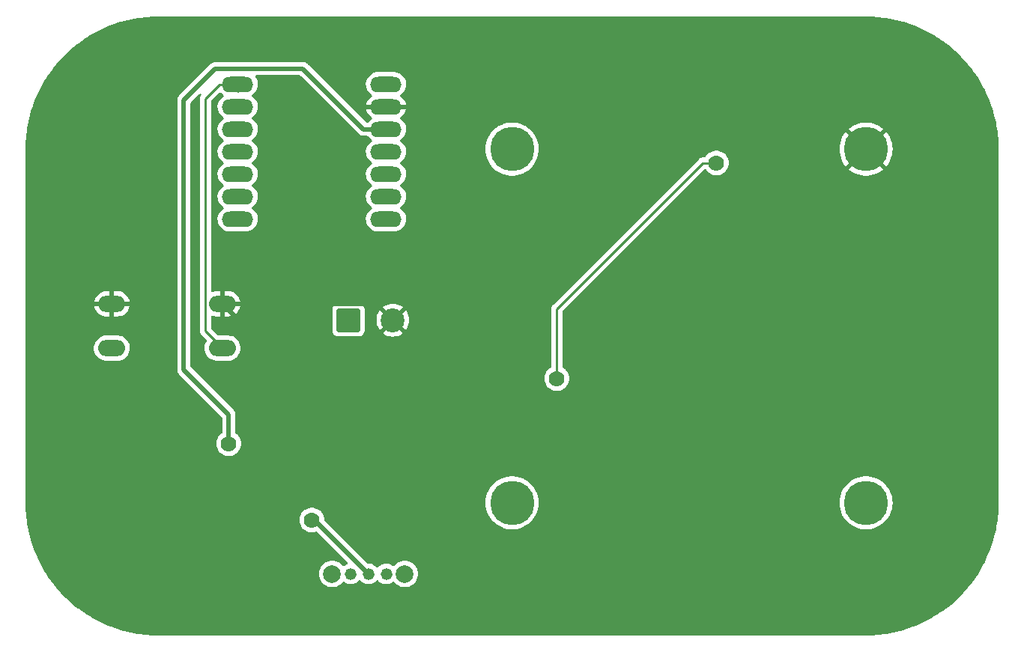
<source format=gbr>
%TF.GenerationSoftware,KiCad,Pcbnew,7.0.9*%
%TF.CreationDate,2024-02-02T14:12:30-08:00*%
%TF.ProjectId,Sensing Device,53656e73-696e-4672-9044-65766963652e,rev?*%
%TF.SameCoordinates,Original*%
%TF.FileFunction,Copper,L2,Bot*%
%TF.FilePolarity,Positive*%
%FSLAX46Y46*%
G04 Gerber Fmt 4.6, Leading zero omitted, Abs format (unit mm)*
G04 Created by KiCad (PCBNEW 7.0.9) date 2024-02-02 14:12:30*
%MOMM*%
%LPD*%
G01*
G04 APERTURE LIST*
G04 Aperture macros list*
%AMRoundRect*
0 Rectangle with rounded corners*
0 $1 Rounding radius*
0 $2 $3 $4 $5 $6 $7 $8 $9 X,Y pos of 4 corners*
0 Add a 4 corners polygon primitive as box body*
4,1,4,$2,$3,$4,$5,$6,$7,$8,$9,$2,$3,0*
0 Add four circle primitives for the rounded corners*
1,1,$1+$1,$2,$3*
1,1,$1+$1,$4,$5*
1,1,$1+$1,$6,$7*
1,1,$1+$1,$8,$9*
0 Add four rect primitives between the rounded corners*
20,1,$1+$1,$2,$3,$4,$5,0*
20,1,$1+$1,$4,$5,$6,$7,0*
20,1,$1+$1,$6,$7,$8,$9,0*
20,1,$1+$1,$8,$9,$2,$3,0*%
G04 Aperture macros list end*
%TA.AperFunction,ComponentPad*%
%ADD10O,3.556000X1.778000*%
%TD*%
%TA.AperFunction,ComponentPad*%
%ADD11RoundRect,0.250001X-1.099999X-1.099999X1.099999X-1.099999X1.099999X1.099999X-1.099999X1.099999X0*%
%TD*%
%TA.AperFunction,ComponentPad*%
%ADD12C,2.700000*%
%TD*%
%TA.AperFunction,ComponentPad*%
%ADD13O,3.048000X1.850000*%
%TD*%
%TA.AperFunction,ComponentPad*%
%ADD14C,1.320800*%
%TD*%
%TA.AperFunction,ComponentPad*%
%ADD15C,2.006600*%
%TD*%
%TA.AperFunction,ComponentPad*%
%ADD16C,5.000000*%
%TD*%
%TA.AperFunction,ViaPad*%
%ADD17C,1.778000*%
%TD*%
%TA.AperFunction,ViaPad*%
%ADD18C,5.000000*%
%TD*%
%TA.AperFunction,Conductor*%
%ADD19C,0.500000*%
%TD*%
%TA.AperFunction,Conductor*%
%ADD20C,0.254000*%
%TD*%
G04 APERTURE END LIST*
D10*
%TO.P,U1,1,GPIO1_A0_D0*%
%TO.N,/Button*%
X78994000Y-42672000D03*
%TO.P,U1,2,GPIO2_A1_D1*%
%TO.N,unconnected-(U1-GPIO2_A1_D1-Pad2)*%
X78994000Y-45212000D03*
%TO.P,U1,3,GPIO3_A2_D2*%
%TO.N,unconnected-(U1-GPIO3_A2_D2-Pad3)*%
X78994000Y-47752000D03*
%TO.P,U1,4,GPIO4_A3_D3*%
%TO.N,/LED*%
X78994000Y-50292000D03*
%TO.P,U1,5,GPIO4_A3_D3_SDA*%
%TO.N,/SDA_XIAO*%
X78994000Y-52832000D03*
%TO.P,U1,6,GPIO6_A5_D5_SCL*%
%TO.N,/SCL_XIAO*%
X78994000Y-55372000D03*
%TO.P,U1,7,GPIO43_TX_D6*%
%TO.N,unconnected-(U1-GPIO43_TX_D6-Pad7)*%
X78994000Y-57912000D03*
%TO.P,U1,8,5V*%
%TO.N,unconnected-(U1-5V-Pad8)*%
X95758000Y-42672000D03*
%TO.P,U1,9,GND*%
%TO.N,GND*%
X95758000Y-45212000D03*
%TO.P,U1,10,3V3*%
%TO.N,/3V3*%
X95758000Y-47752000D03*
%TO.P,U1,11,GPIO9_A10_D10_COPI*%
%TO.N,unconnected-(U1-GPIO9_A10_D10_COPI-Pad11)*%
X95758000Y-50292000D03*
%TO.P,U1,12,GPIO8_A9_D9_CIPO*%
%TO.N,unconnected-(U1-GPIO8_A9_D9_CIPO-Pad12)*%
X95758000Y-52832000D03*
%TO.P,U1,13,GPIO7_A8_D8_SCK*%
%TO.N,/Id*%
X95758000Y-55372000D03*
%TO.P,U1,14,GPIO44_D7_RX*%
%TO.N,unconnected-(U1-GPIO44_D7_RX-Pad14)*%
X95758000Y-57912000D03*
%TD*%
D11*
%TO.P,J1,1,Pin_1*%
%TO.N,VCC*%
X91520000Y-69342000D03*
D12*
%TO.P,J1,2,Pin_2*%
%TO.N,GND*%
X96520000Y-69342000D03*
%TD*%
D13*
%TO.P,SW1,2,B*%
%TO.N,/Button*%
X77260000Y-72500000D03*
X64760000Y-72500000D03*
%TO.P,SW1,1,A*%
%TO.N,GND*%
X77260000Y-67500000D03*
X64760000Y-67500000D03*
%TD*%
D14*
%TO.P,SW2,1,A*%
%TO.N,VCC*%
X91764099Y-98044000D03*
%TO.P,SW2,2,B*%
%TO.N,Net-(BT1-+)*%
X93764100Y-98044000D03*
%TO.P,SW2,3,C*%
%TO.N,unconnected-(SW2-C-Pad3)*%
X95764101Y-98044000D03*
D15*
%TO.P,SW2,4*%
%TO.N,N/C*%
X89662000Y-98044000D03*
%TO.P,SW2,5*%
X97866200Y-98044000D03*
%TD*%
D16*
%TO.P,J2,1,Pin_1*%
%TO.N,/Id*%
X110000000Y-50000000D03*
%TO.P,J2,2,Pin_2*%
%TO.N,GND*%
X150000000Y-50000000D03*
%TO.P,J2,3*%
%TO.N,N/C*%
X110000000Y-90000000D03*
%TO.P,J2,4*%
X150000000Y-90000000D03*
%TD*%
D17*
%TO.N,Net-(BT1-+)*%
X87376000Y-91948000D03*
%TO.N,GND*%
X84074000Y-72898000D03*
D18*
X62930000Y-42930000D03*
X62930000Y-97070000D03*
X157070000Y-97070000D03*
X157070000Y-42930000D03*
D17*
%TO.N,/3V3*%
X77978000Y-83312000D03*
%TO.N,Net-(C1-Pad1)*%
X133096000Y-51562000D03*
X115062000Y-75946000D03*
%TD*%
D19*
%TO.N,Net-(BT1-+)*%
X87376000Y-91948000D02*
X87668100Y-91948000D01*
X87668100Y-91948000D02*
X93764100Y-98044000D01*
%TO.N,GND*%
X84074000Y-72898000D02*
X82658000Y-72898000D01*
X82658000Y-72898000D02*
X77260000Y-67500000D01*
D20*
%TO.N,/Button*%
X77260000Y-72500000D02*
X75355000Y-70595000D01*
X75355000Y-70595000D02*
X75355000Y-44279000D01*
X76962000Y-42672000D02*
X79756000Y-42672000D01*
X75355000Y-44279000D02*
X76962000Y-42672000D01*
D19*
%TO.N,GND*%
X78662000Y-67488000D02*
X94666000Y-67488000D01*
X94666000Y-67488000D02*
X96520000Y-69342000D01*
X78650000Y-67500000D02*
X78662000Y-67488000D01*
D20*
%TO.N,/Button*%
X78994000Y-43434000D02*
X79756000Y-42672000D01*
D19*
%TO.N,/3V3*%
X77978000Y-80010000D02*
X72898000Y-74930000D01*
X72898000Y-74930000D02*
X72898000Y-44450000D01*
X76454000Y-40894000D02*
X86360000Y-40894000D01*
X93218000Y-47752000D02*
X94996000Y-47752000D01*
X86360000Y-40894000D02*
X93218000Y-47752000D01*
X77978000Y-83312000D02*
X77978000Y-80010000D01*
X72898000Y-44450000D02*
X76454000Y-40894000D01*
D20*
%TO.N,Net-(C1-Pad1)*%
X115062000Y-68072000D02*
X131572000Y-51562000D01*
X131572000Y-51562000D02*
X133096000Y-51562000D01*
X115062000Y-75946000D02*
X115062000Y-68072000D01*
%TD*%
%TA.AperFunction,Conductor*%
%TO.N,GND*%
G36*
X150594655Y-35015569D02*
G01*
X150661539Y-35017321D01*
X150760974Y-35019925D01*
X150764057Y-35020082D01*
X151226961Y-35055334D01*
X151531278Y-35079285D01*
X151534141Y-35079580D01*
X151953418Y-35132978D01*
X151966986Y-35134707D01*
X152297403Y-35178207D01*
X152300198Y-35178641D01*
X152718380Y-35253592D01*
X153057405Y-35316428D01*
X153060090Y-35316988D01*
X153467218Y-35411464D01*
X153467511Y-35411532D01*
X153810573Y-35493894D01*
X154210073Y-35608205D01*
X154524915Y-35701465D01*
X154552220Y-35709554D01*
X154942874Y-35843084D01*
X155281773Y-35963094D01*
X155494361Y-36048012D01*
X155663321Y-36115503D01*
X155997281Y-36253833D01*
X156239396Y-36365078D01*
X156369344Y-36424786D01*
X156696848Y-36580997D01*
X157058864Y-36770098D01*
X157378634Y-36943720D01*
X157729839Y-37150462D01*
X158040835Y-37341041D01*
X158380576Y-37564950D01*
X158573508Y-37697548D01*
X158681655Y-37771876D01*
X158681661Y-37771879D01*
X159009233Y-38012420D01*
X159009254Y-38012435D01*
X159204406Y-38162179D01*
X159299423Y-38235089D01*
X159614233Y-38491783D01*
X159892485Y-38729432D01*
X160043480Y-38865852D01*
X160193783Y-39001646D01*
X160459307Y-39253619D01*
X160746374Y-39540686D01*
X160998368Y-39806232D01*
X161270547Y-40107493D01*
X161336767Y-40185026D01*
X161508225Y-40385776D01*
X161764900Y-40700563D01*
X161987545Y-40990720D01*
X162114501Y-41163610D01*
X162228123Y-41318343D01*
X162435060Y-41619439D01*
X162658944Y-41959143D01*
X162849561Y-42270201D01*
X163056264Y-42621340D01*
X163229960Y-42941248D01*
X163418979Y-43303107D01*
X163575266Y-43630769D01*
X163746143Y-44002667D01*
X163884534Y-44336772D01*
X164036894Y-44718199D01*
X164156960Y-45057254D01*
X164290431Y-45447738D01*
X164391834Y-45790066D01*
X164506099Y-46189403D01*
X164588512Y-46532680D01*
X164682995Y-46939844D01*
X164683562Y-46942560D01*
X164746493Y-47282099D01*
X164821346Y-47699734D01*
X164821788Y-47702580D01*
X164865337Y-48033365D01*
X164895724Y-48271956D01*
X164920257Y-48464586D01*
X164920409Y-48465775D01*
X164920715Y-48468744D01*
X164944730Y-48773886D01*
X164979914Y-49235918D01*
X164980072Y-49239003D01*
X164984501Y-49408128D01*
X164999500Y-50000000D01*
X164999500Y-90000000D01*
X164984455Y-90593661D01*
X164980073Y-90760974D01*
X164979915Y-90764059D01*
X164944687Y-91226677D01*
X164920717Y-91531233D01*
X164920411Y-91534202D01*
X164865292Y-91966986D01*
X164821795Y-92297377D01*
X164821353Y-92300223D01*
X164746434Y-92718227D01*
X164683572Y-93057395D01*
X164683005Y-93060111D01*
X164588467Y-93467511D01*
X164506105Y-93810572D01*
X164391793Y-94210075D01*
X164290445Y-94552220D01*
X164156915Y-94942874D01*
X164036904Y-95281775D01*
X163884496Y-95663321D01*
X163746162Y-95997291D01*
X163575213Y-96369344D01*
X163419002Y-96696848D01*
X163229918Y-97058831D01*
X163056279Y-97378634D01*
X162849537Y-97729839D01*
X162658958Y-98040835D01*
X162435049Y-98380576D01*
X162228118Y-98681663D01*
X161987556Y-99009265D01*
X161764910Y-99299423D01*
X161508216Y-99614233D01*
X161270566Y-99892486D01*
X160998353Y-100193783D01*
X160746380Y-100459307D01*
X160459313Y-100746374D01*
X160193767Y-100998368D01*
X159892506Y-101270547D01*
X159614207Y-101508238D01*
X159299436Y-101764900D01*
X159009272Y-101987551D01*
X158681656Y-102228123D01*
X158380560Y-102435060D01*
X158040856Y-102658944D01*
X157729798Y-102849561D01*
X157378659Y-103056264D01*
X157058751Y-103229960D01*
X156696892Y-103418979D01*
X156369230Y-103575266D01*
X155997332Y-103746143D01*
X155663227Y-103884534D01*
X155281800Y-104036894D01*
X154942745Y-104156960D01*
X154552261Y-104290431D01*
X154209933Y-104391834D01*
X153810596Y-104506099D01*
X153467319Y-104588512D01*
X153060154Y-104682995D01*
X153057438Y-104683562D01*
X152717900Y-104746493D01*
X152300264Y-104821346D01*
X152297418Y-104821788D01*
X151966634Y-104865337D01*
X151586008Y-104913813D01*
X151534218Y-104920409D01*
X151531254Y-104920715D01*
X151226113Y-104944730D01*
X150764080Y-104979914D01*
X150760995Y-104980072D01*
X150591871Y-104984501D01*
X150000000Y-104999500D01*
X70000000Y-104999500D01*
X69406338Y-104984455D01*
X69239024Y-104980073D01*
X69235939Y-104979915D01*
X68773322Y-104944687D01*
X68468765Y-104920717D01*
X68465796Y-104920411D01*
X68033013Y-104865292D01*
X67702621Y-104821795D01*
X67699775Y-104821353D01*
X67281772Y-104746434D01*
X66942603Y-104683572D01*
X66939887Y-104683005D01*
X66532488Y-104588467D01*
X66189427Y-104506105D01*
X65789924Y-104391793D01*
X65447779Y-104290445D01*
X65057125Y-104156915D01*
X64718224Y-104036904D01*
X64336678Y-103884496D01*
X64002708Y-103746162D01*
X63630655Y-103575213D01*
X63303151Y-103419002D01*
X62941168Y-103229918D01*
X62621365Y-103056279D01*
X62270160Y-102849537D01*
X61959164Y-102658958D01*
X61619423Y-102435049D01*
X61318336Y-102228118D01*
X60990734Y-101987556D01*
X60990727Y-101987551D01*
X60932239Y-101942671D01*
X60700576Y-101764910D01*
X60385766Y-101508216D01*
X60107513Y-101270566D01*
X59806216Y-100998353D01*
X59540692Y-100746380D01*
X59253625Y-100459313D01*
X59001631Y-100193767D01*
X58729452Y-99892506D01*
X58643108Y-99791411D01*
X58491772Y-99614219D01*
X58235089Y-99299423D01*
X58208188Y-99264365D01*
X58012437Y-99009257D01*
X57986830Y-98974385D01*
X57771875Y-98681654D01*
X57564939Y-98380560D01*
X57341055Y-98040856D01*
X57150438Y-97729798D01*
X56943735Y-97378659D01*
X56829852Y-97168913D01*
X56770051Y-97058773D01*
X56581020Y-96696892D01*
X56504064Y-96535550D01*
X56424750Y-96369267D01*
X56253856Y-95997331D01*
X56115471Y-95663241D01*
X55963104Y-95281798D01*
X55843085Y-94942874D01*
X55843047Y-94942767D01*
X55709568Y-94552261D01*
X55709556Y-94552220D01*
X55608176Y-94209972D01*
X55493894Y-93810572D01*
X55411500Y-93467375D01*
X55316998Y-93060134D01*
X55316436Y-93057438D01*
X55305883Y-93000499D01*
X55253514Y-92717946D01*
X55178646Y-92300223D01*
X55178216Y-92297458D01*
X55134658Y-91966605D01*
X55134237Y-91963298D01*
X55132289Y-91948005D01*
X85981738Y-91948005D01*
X86000753Y-92177484D01*
X86057282Y-92400714D01*
X86149782Y-92611594D01*
X86275728Y-92804370D01*
X86275731Y-92804373D01*
X86431692Y-92973792D01*
X86613411Y-93115229D01*
X86815931Y-93224828D01*
X86919054Y-93260230D01*
X87033725Y-93299597D01*
X87033727Y-93299597D01*
X87033729Y-93299598D01*
X87260863Y-93337500D01*
X87260864Y-93337500D01*
X87491136Y-93337500D01*
X87491137Y-93337500D01*
X87718271Y-93299598D01*
X87823770Y-93263379D01*
X87893565Y-93260230D01*
X87951712Y-93292980D01*
X91408737Y-96750005D01*
X91442222Y-96811328D01*
X91437238Y-96881020D01*
X91395366Y-96936953D01*
X91365852Y-96953311D01*
X91335955Y-96964893D01*
X91244427Y-97000351D01*
X91244426Y-97000352D01*
X91061501Y-97113614D01*
X91034426Y-97138297D01*
X90971622Y-97168913D01*
X90902235Y-97160715D01*
X90856599Y-97127191D01*
X90845003Y-97113614D01*
X90728635Y-96977365D01*
X90548645Y-96823638D01*
X90548643Y-96823636D01*
X90548641Y-96823635D01*
X90548640Y-96823634D01*
X90346822Y-96699960D01*
X90128136Y-96609378D01*
X89897977Y-96554122D01*
X89662000Y-96535550D01*
X89426022Y-96554122D01*
X89195863Y-96609378D01*
X88977177Y-96699960D01*
X88775359Y-96823634D01*
X88775358Y-96823635D01*
X88595365Y-96977365D01*
X88441635Y-97157358D01*
X88441634Y-97157359D01*
X88317960Y-97359177D01*
X88227378Y-97577863D01*
X88172122Y-97808022D01*
X88153550Y-98044000D01*
X88172122Y-98279977D01*
X88227378Y-98510136D01*
X88317960Y-98728822D01*
X88441634Y-98930640D01*
X88441635Y-98930641D01*
X88441636Y-98930643D01*
X88441638Y-98930645D01*
X88595365Y-99110635D01*
X88775355Y-99264362D01*
X88775357Y-99264363D01*
X88775358Y-99264364D01*
X88775359Y-99264365D01*
X88977177Y-99388039D01*
X89195863Y-99478621D01*
X89426026Y-99533878D01*
X89662000Y-99552450D01*
X89897974Y-99533878D01*
X90128137Y-99478621D01*
X90346822Y-99388039D01*
X90548645Y-99264362D01*
X90728635Y-99110635D01*
X90856601Y-98960806D01*
X90915106Y-98922615D01*
X90984974Y-98922116D01*
X91034428Y-98949704D01*
X91061504Y-98974387D01*
X91244425Y-99087647D01*
X91445043Y-99165367D01*
X91656526Y-99204900D01*
X91656528Y-99204900D01*
X91871670Y-99204900D01*
X91871672Y-99204900D01*
X92083155Y-99165367D01*
X92283773Y-99087647D01*
X92466694Y-98974387D01*
X92625690Y-98829444D01*
X92665147Y-98777193D01*
X92721253Y-98735560D01*
X92790965Y-98730867D01*
X92852147Y-98764609D01*
X92863050Y-98777192D01*
X92863053Y-98777196D01*
X92902511Y-98829446D01*
X92902514Y-98829449D01*
X93061502Y-98974385D01*
X93061504Y-98974386D01*
X93061505Y-98974387D01*
X93244426Y-99087647D01*
X93445044Y-99165367D01*
X93656527Y-99204900D01*
X93656529Y-99204900D01*
X93871671Y-99204900D01*
X93871673Y-99204900D01*
X94083156Y-99165367D01*
X94283774Y-99087647D01*
X94466695Y-98974387D01*
X94625691Y-98829444D01*
X94665148Y-98777193D01*
X94721254Y-98735560D01*
X94790966Y-98730867D01*
X94852148Y-98764609D01*
X94863051Y-98777192D01*
X94863054Y-98777196D01*
X94902512Y-98829446D01*
X94902515Y-98829449D01*
X95061503Y-98974385D01*
X95061505Y-98974386D01*
X95061506Y-98974387D01*
X95244427Y-99087647D01*
X95445045Y-99165367D01*
X95656528Y-99204900D01*
X95656530Y-99204900D01*
X95871672Y-99204900D01*
X95871674Y-99204900D01*
X96083157Y-99165367D01*
X96283775Y-99087647D01*
X96466696Y-98974387D01*
X96493771Y-98949704D01*
X96556573Y-98919086D01*
X96625960Y-98927282D01*
X96671599Y-98960807D01*
X96799565Y-99110635D01*
X96979555Y-99264362D01*
X96979557Y-99264363D01*
X96979558Y-99264364D01*
X96979559Y-99264365D01*
X97181377Y-99388039D01*
X97400063Y-99478621D01*
X97630226Y-99533878D01*
X97866200Y-99552450D01*
X98102174Y-99533878D01*
X98332337Y-99478621D01*
X98551022Y-99388039D01*
X98752845Y-99264362D01*
X98932835Y-99110635D01*
X99086562Y-98930645D01*
X99210239Y-98728822D01*
X99300821Y-98510137D01*
X99356078Y-98279974D01*
X99374650Y-98044000D01*
X99356078Y-97808026D01*
X99300821Y-97577863D01*
X99239677Y-97430247D01*
X99210239Y-97359177D01*
X99086565Y-97157359D01*
X99086564Y-97157358D01*
X99086563Y-97157357D01*
X99086562Y-97157355D01*
X98932835Y-96977365D01*
X98752845Y-96823638D01*
X98752843Y-96823636D01*
X98752841Y-96823635D01*
X98752840Y-96823634D01*
X98551022Y-96699960D01*
X98332336Y-96609378D01*
X98102177Y-96554122D01*
X97866200Y-96535550D01*
X97630222Y-96554122D01*
X97400063Y-96609378D01*
X97181377Y-96699960D01*
X96979559Y-96823634D01*
X96979558Y-96823635D01*
X96799565Y-96977365D01*
X96671600Y-97127191D01*
X96613093Y-97165384D01*
X96543225Y-97165882D01*
X96493773Y-97138297D01*
X96466696Y-97113613D01*
X96283775Y-97000353D01*
X96083157Y-96922633D01*
X95871674Y-96883100D01*
X95656528Y-96883100D01*
X95445045Y-96922633D01*
X95381086Y-96947411D01*
X95244429Y-97000352D01*
X95244428Y-97000352D01*
X95061503Y-97113614D01*
X94902515Y-97258550D01*
X94902510Y-97258555D01*
X94863053Y-97310805D01*
X94806944Y-97352440D01*
X94737232Y-97357131D01*
X94676050Y-97323388D01*
X94665147Y-97310805D01*
X94625691Y-97258556D01*
X94625688Y-97258553D01*
X94625685Y-97258550D01*
X94466697Y-97113614D01*
X94378051Y-97058727D01*
X94283774Y-97000353D01*
X94083156Y-96922633D01*
X93871673Y-96883100D01*
X93871671Y-96883100D01*
X93715929Y-96883100D01*
X93648890Y-96863415D01*
X93628248Y-96846781D01*
X88806089Y-92024621D01*
X88772604Y-91963298D01*
X88770194Y-91947180D01*
X88768932Y-91931949D01*
X88751246Y-91718512D01*
X88694717Y-91495284D01*
X88602217Y-91284405D01*
X88476271Y-91091629D01*
X88449355Y-91062390D01*
X88320308Y-90922208D01*
X88252036Y-90869070D01*
X88138591Y-90780772D01*
X87936069Y-90671172D01*
X87936061Y-90671169D01*
X87718274Y-90596402D01*
X87547920Y-90567975D01*
X87491137Y-90558500D01*
X87260863Y-90558500D01*
X87215436Y-90566080D01*
X87033725Y-90596402D01*
X86815938Y-90671169D01*
X86815930Y-90671172D01*
X86613408Y-90780772D01*
X86431694Y-90922206D01*
X86431689Y-90922211D01*
X86275728Y-91091629D01*
X86149782Y-91284405D01*
X86057282Y-91495285D01*
X86000753Y-91718515D01*
X85981738Y-91947994D01*
X85981738Y-91948005D01*
X55132289Y-91948005D01*
X55079579Y-91534135D01*
X55079290Y-91531327D01*
X55055278Y-91226223D01*
X55020082Y-90764054D01*
X55019928Y-90761050D01*
X55015513Y-90592466D01*
X55000500Y-90000000D01*
X106994415Y-90000000D01*
X107014738Y-90348927D01*
X107014739Y-90348938D01*
X107075428Y-90693127D01*
X107075430Y-90693134D01*
X107175674Y-91027972D01*
X107314107Y-91348895D01*
X107314113Y-91348908D01*
X107488870Y-91651597D01*
X107697584Y-91931949D01*
X107697589Y-91931955D01*
X107748269Y-91985672D01*
X107937442Y-92186183D01*
X108038930Y-92271341D01*
X108205186Y-92410847D01*
X108205194Y-92410853D01*
X108497203Y-92602911D01*
X108497207Y-92602913D01*
X108809549Y-92759777D01*
X109137989Y-92879319D01*
X109478086Y-92959923D01*
X109825241Y-93000500D01*
X109825248Y-93000500D01*
X110174752Y-93000500D01*
X110174759Y-93000500D01*
X110521914Y-92959923D01*
X110862011Y-92879319D01*
X111190451Y-92759777D01*
X111502793Y-92602913D01*
X111794811Y-92410849D01*
X112062558Y-92186183D01*
X112302412Y-91931953D01*
X112511130Y-91651596D01*
X112685889Y-91348904D01*
X112824326Y-91027971D01*
X112924569Y-90693136D01*
X112928443Y-90671169D01*
X112985260Y-90348938D01*
X112985259Y-90348938D01*
X112985262Y-90348927D01*
X113005585Y-90000000D01*
X146994415Y-90000000D01*
X147014738Y-90348927D01*
X147014739Y-90348938D01*
X147075428Y-90693127D01*
X147075430Y-90693134D01*
X147175674Y-91027972D01*
X147314107Y-91348895D01*
X147314113Y-91348908D01*
X147488870Y-91651597D01*
X147697584Y-91931949D01*
X147697589Y-91931955D01*
X147748269Y-91985672D01*
X147937442Y-92186183D01*
X148038930Y-92271341D01*
X148205186Y-92410847D01*
X148205194Y-92410853D01*
X148497203Y-92602911D01*
X148497207Y-92602913D01*
X148809549Y-92759777D01*
X149137989Y-92879319D01*
X149478086Y-92959923D01*
X149825241Y-93000500D01*
X149825248Y-93000500D01*
X150174752Y-93000500D01*
X150174759Y-93000500D01*
X150521914Y-92959923D01*
X150862011Y-92879319D01*
X151190451Y-92759777D01*
X151502793Y-92602913D01*
X151794811Y-92410849D01*
X152062558Y-92186183D01*
X152302412Y-91931953D01*
X152511130Y-91651596D01*
X152685889Y-91348904D01*
X152824326Y-91027971D01*
X152924569Y-90693136D01*
X152928443Y-90671169D01*
X152985260Y-90348938D01*
X152985259Y-90348938D01*
X152985262Y-90348927D01*
X153005585Y-90000000D01*
X152985262Y-89651073D01*
X152985260Y-89651061D01*
X152924571Y-89306872D01*
X152924569Y-89306865D01*
X152824325Y-88972027D01*
X152685892Y-88651104D01*
X152685889Y-88651096D01*
X152511130Y-88348404D01*
X152511129Y-88348402D01*
X152302415Y-88068050D01*
X152302410Y-88068044D01*
X152186433Y-87945117D01*
X152062558Y-87813817D01*
X151914488Y-87689572D01*
X151794813Y-87589152D01*
X151794805Y-87589146D01*
X151502796Y-87397088D01*
X151190458Y-87240226D01*
X151190452Y-87240223D01*
X150862012Y-87120681D01*
X150862009Y-87120680D01*
X150521915Y-87040077D01*
X150478519Y-87035004D01*
X150174759Y-86999500D01*
X149825241Y-86999500D01*
X149521480Y-87035004D01*
X149478085Y-87040077D01*
X149478083Y-87040077D01*
X149137990Y-87120680D01*
X149137987Y-87120681D01*
X148809547Y-87240223D01*
X148809541Y-87240226D01*
X148497203Y-87397088D01*
X148205194Y-87589146D01*
X148205186Y-87589152D01*
X147937442Y-87813817D01*
X147937440Y-87813819D01*
X147697589Y-88068044D01*
X147697584Y-88068050D01*
X147488870Y-88348402D01*
X147314113Y-88651091D01*
X147314107Y-88651104D01*
X147175674Y-88972027D01*
X147075430Y-89306865D01*
X147075428Y-89306872D01*
X147014739Y-89651061D01*
X147014738Y-89651072D01*
X146994415Y-89999996D01*
X146994415Y-90000000D01*
X113005585Y-90000000D01*
X112985262Y-89651073D01*
X112985260Y-89651061D01*
X112924571Y-89306872D01*
X112924569Y-89306865D01*
X112824325Y-88972027D01*
X112685892Y-88651104D01*
X112685889Y-88651096D01*
X112511130Y-88348404D01*
X112511129Y-88348402D01*
X112302415Y-88068050D01*
X112302410Y-88068044D01*
X112186433Y-87945117D01*
X112062558Y-87813817D01*
X111914488Y-87689572D01*
X111794813Y-87589152D01*
X111794805Y-87589146D01*
X111502796Y-87397088D01*
X111190458Y-87240226D01*
X111190452Y-87240223D01*
X110862012Y-87120681D01*
X110862009Y-87120680D01*
X110521915Y-87040077D01*
X110478519Y-87035004D01*
X110174759Y-86999500D01*
X109825241Y-86999500D01*
X109521480Y-87035004D01*
X109478085Y-87040077D01*
X109478083Y-87040077D01*
X109137990Y-87120680D01*
X109137987Y-87120681D01*
X108809547Y-87240223D01*
X108809541Y-87240226D01*
X108497203Y-87397088D01*
X108205194Y-87589146D01*
X108205186Y-87589152D01*
X107937442Y-87813817D01*
X107937440Y-87813819D01*
X107697589Y-88068044D01*
X107697584Y-88068050D01*
X107488870Y-88348402D01*
X107314113Y-88651091D01*
X107314107Y-88651104D01*
X107175674Y-88972027D01*
X107075430Y-89306865D01*
X107075428Y-89306872D01*
X107014739Y-89651061D01*
X107014738Y-89651072D01*
X106994415Y-89999996D01*
X106994415Y-90000000D01*
X55000500Y-90000000D01*
X55000500Y-89999500D01*
X55000500Y-74908025D01*
X72142710Y-74908025D01*
X72147264Y-74960064D01*
X72147500Y-74965470D01*
X72147500Y-74973709D01*
X72151306Y-75006274D01*
X72158000Y-75082791D01*
X72159461Y-75089867D01*
X72159403Y-75089878D01*
X72161034Y-75097237D01*
X72161092Y-75097224D01*
X72162757Y-75104250D01*
X72189025Y-75176424D01*
X72213185Y-75249331D01*
X72216236Y-75255874D01*
X72216182Y-75255898D01*
X72219470Y-75262688D01*
X72219521Y-75262663D01*
X72222761Y-75269113D01*
X72222762Y-75269114D01*
X72222763Y-75269117D01*
X72231503Y-75282405D01*
X72264965Y-75333283D01*
X72305287Y-75398655D01*
X72309766Y-75404319D01*
X72309719Y-75404356D01*
X72314482Y-75410202D01*
X72314528Y-75410164D01*
X72319173Y-75415700D01*
X72375017Y-75468385D01*
X77191181Y-80284549D01*
X77224666Y-80345872D01*
X77227500Y-80372230D01*
X77227500Y-82074741D01*
X77207815Y-82141780D01*
X77179663Y-82172594D01*
X77033694Y-82286206D01*
X77033689Y-82286211D01*
X76877728Y-82455629D01*
X76751782Y-82648405D01*
X76659282Y-82859285D01*
X76602753Y-83082515D01*
X76583738Y-83311994D01*
X76583738Y-83312005D01*
X76602753Y-83541484D01*
X76659282Y-83764714D01*
X76751782Y-83975594D01*
X76877728Y-84168370D01*
X76877731Y-84168373D01*
X77033692Y-84337792D01*
X77215411Y-84479229D01*
X77417931Y-84588828D01*
X77531025Y-84627653D01*
X77635725Y-84663597D01*
X77635727Y-84663597D01*
X77635729Y-84663598D01*
X77862863Y-84701500D01*
X77862864Y-84701500D01*
X78093136Y-84701500D01*
X78093137Y-84701500D01*
X78320271Y-84663598D01*
X78538069Y-84588828D01*
X78740589Y-84479229D01*
X78922308Y-84337792D01*
X79078269Y-84168373D01*
X79204217Y-83975595D01*
X79296717Y-83764716D01*
X79353246Y-83541488D01*
X79372262Y-83312000D01*
X79353246Y-83082512D01*
X79296717Y-82859284D01*
X79204217Y-82648405D01*
X79078271Y-82455629D01*
X79051355Y-82426390D01*
X78922308Y-82286208D01*
X78873753Y-82248416D01*
X78776337Y-82172594D01*
X78735524Y-82115884D01*
X78728500Y-82074741D01*
X78728500Y-80073705D01*
X78729809Y-80055735D01*
X78730129Y-80053547D01*
X78733289Y-80031977D01*
X78728735Y-79979931D01*
X78728500Y-79974528D01*
X78728500Y-79966297D01*
X78728500Y-79966291D01*
X78724693Y-79933724D01*
X78717999Y-79857203D01*
X78717999Y-79857201D01*
X78716539Y-79850129D01*
X78716597Y-79850116D01*
X78714965Y-79842757D01*
X78714906Y-79842772D01*
X78713242Y-79835753D01*
X78713241Y-79835745D01*
X78686974Y-79763576D01*
X78662814Y-79690666D01*
X78662809Y-79690659D01*
X78659760Y-79684118D01*
X78659815Y-79684091D01*
X78656533Y-79677313D01*
X78656480Y-79677340D01*
X78653235Y-79670880D01*
X78611028Y-79606708D01*
X78570710Y-79541342D01*
X78566234Y-79535682D01*
X78566281Y-79535644D01*
X78561519Y-79529799D01*
X78561474Y-79529838D01*
X78556834Y-79524308D01*
X78500964Y-79471596D01*
X74975373Y-75946005D01*
X113667738Y-75946005D01*
X113686753Y-76175484D01*
X113743282Y-76398714D01*
X113835782Y-76609594D01*
X113961728Y-76802370D01*
X113961731Y-76802373D01*
X114117692Y-76971792D01*
X114299411Y-77113229D01*
X114501931Y-77222828D01*
X114615025Y-77261653D01*
X114719725Y-77297597D01*
X114719727Y-77297597D01*
X114719729Y-77297598D01*
X114946863Y-77335500D01*
X114946864Y-77335500D01*
X115177136Y-77335500D01*
X115177137Y-77335500D01*
X115404271Y-77297598D01*
X115622069Y-77222828D01*
X115824589Y-77113229D01*
X116006308Y-76971792D01*
X116162269Y-76802373D01*
X116288217Y-76609595D01*
X116380717Y-76398716D01*
X116437246Y-76175488D01*
X116456262Y-75946000D01*
X116437246Y-75716512D01*
X116380717Y-75493284D01*
X116288217Y-75282405D01*
X116270899Y-75255898D01*
X116162271Y-75089629D01*
X116055559Y-74973709D01*
X116006308Y-74920208D01*
X115937039Y-74866294D01*
X115824591Y-74778772D01*
X115824586Y-74778769D01*
X115754481Y-74740829D01*
X115704891Y-74691609D01*
X115689500Y-74631775D01*
X115689500Y-68383281D01*
X115709185Y-68316242D01*
X115725819Y-68295600D01*
X117970673Y-66050746D01*
X131732586Y-52288832D01*
X131793907Y-52255349D01*
X131863599Y-52260333D01*
X131919532Y-52302205D01*
X131924074Y-52308694D01*
X131995728Y-52418370D01*
X132036102Y-52462227D01*
X132151692Y-52587792D01*
X132333411Y-52729229D01*
X132535931Y-52838828D01*
X132649025Y-52877653D01*
X132753725Y-52913597D01*
X132753727Y-52913597D01*
X132753729Y-52913598D01*
X132980863Y-52951500D01*
X132980864Y-52951500D01*
X133211136Y-52951500D01*
X133211137Y-52951500D01*
X133438271Y-52913598D01*
X133656069Y-52838828D01*
X133858589Y-52729229D01*
X134040308Y-52587792D01*
X134196269Y-52418373D01*
X134322217Y-52225595D01*
X134414717Y-52014716D01*
X134471246Y-51791488D01*
X134485907Y-51614561D01*
X134490262Y-51562005D01*
X134490262Y-51561994D01*
X134474932Y-51376994D01*
X134471246Y-51332512D01*
X134414717Y-51109284D01*
X134322217Y-50898405D01*
X134265737Y-50811956D01*
X134196271Y-50705629D01*
X134169355Y-50676390D01*
X134040308Y-50536208D01*
X133954121Y-50469126D01*
X133858591Y-50394772D01*
X133656069Y-50285172D01*
X133656061Y-50285169D01*
X133438274Y-50210402D01*
X133267920Y-50181975D01*
X133211137Y-50172500D01*
X132980863Y-50172500D01*
X132935436Y-50180080D01*
X132753725Y-50210402D01*
X132535938Y-50285169D01*
X132535930Y-50285172D01*
X132333408Y-50394772D01*
X132151694Y-50536206D01*
X132151689Y-50536211D01*
X131995731Y-50705627D01*
X131882904Y-50878322D01*
X131829757Y-50923678D01*
X131779095Y-50934500D01*
X131654967Y-50934500D01*
X131639318Y-50932772D01*
X131639292Y-50933054D01*
X131631524Y-50932319D01*
X131562140Y-50934500D01*
X131532522Y-50934500D01*
X131525618Y-50935371D01*
X131519800Y-50935829D01*
X131473057Y-50937298D01*
X131453713Y-50942918D01*
X131434669Y-50946862D01*
X131431709Y-50947235D01*
X131414707Y-50949384D01*
X131414703Y-50949385D01*
X131414700Y-50949386D01*
X131371235Y-50966594D01*
X131365710Y-50968485D01*
X131320809Y-50981531D01*
X131320806Y-50981533D01*
X131303480Y-50991779D01*
X131286010Y-51000337D01*
X131267298Y-51007745D01*
X131229463Y-51035233D01*
X131224580Y-51038440D01*
X131184346Y-51062234D01*
X131170106Y-51076474D01*
X131155320Y-51089102D01*
X131139033Y-51100936D01*
X131139032Y-51100936D01*
X131109227Y-51136963D01*
X131105295Y-51141285D01*
X114676953Y-67569626D01*
X114664669Y-67579469D01*
X114664849Y-67579687D01*
X114658838Y-67584659D01*
X114611322Y-67635258D01*
X114590375Y-67656205D01*
X114586106Y-67661709D01*
X114582315Y-67666147D01*
X114550308Y-67700230D01*
X114550305Y-67700234D01*
X114540606Y-67717877D01*
X114529928Y-67734133D01*
X114517594Y-67750034D01*
X114517589Y-67750042D01*
X114499025Y-67792943D01*
X114496454Y-67798191D01*
X114473927Y-67839167D01*
X114468920Y-67858668D01*
X114462621Y-67877064D01*
X114455893Y-67892612D01*
X114454625Y-67895544D01*
X114454624Y-67895546D01*
X114447312Y-67941716D01*
X114446127Y-67947438D01*
X114434500Y-67992723D01*
X114434500Y-68012858D01*
X114432973Y-68032255D01*
X114429825Y-68052133D01*
X114434225Y-68098677D01*
X114434500Y-68104515D01*
X114434500Y-74631775D01*
X114414815Y-74698814D01*
X114369519Y-74740829D01*
X114299413Y-74778769D01*
X114299408Y-74778772D01*
X114117694Y-74920206D01*
X114117689Y-74920211D01*
X113961728Y-75089629D01*
X113835782Y-75282405D01*
X113743282Y-75493285D01*
X113686753Y-75716515D01*
X113667738Y-75945994D01*
X113667738Y-75946005D01*
X74975373Y-75946005D01*
X73684819Y-74655451D01*
X73651334Y-74594128D01*
X73648500Y-74567770D01*
X73648500Y-44812229D01*
X73668185Y-44745190D01*
X73684819Y-44724548D01*
X74150236Y-44259131D01*
X74643805Y-43765561D01*
X74705126Y-43732078D01*
X74774817Y-43737062D01*
X74830751Y-43778934D01*
X74855168Y-43844398D01*
X74840316Y-43912671D01*
X74840145Y-43912984D01*
X74833607Y-43924876D01*
X74822928Y-43941133D01*
X74810594Y-43957034D01*
X74810589Y-43957042D01*
X74792025Y-43999943D01*
X74789454Y-44005191D01*
X74766927Y-44046167D01*
X74761920Y-44065668D01*
X74755621Y-44084064D01*
X74755278Y-44084859D01*
X74747625Y-44102544D01*
X74747624Y-44102546D01*
X74740312Y-44148716D01*
X74739127Y-44154438D01*
X74727500Y-44199723D01*
X74727500Y-44219858D01*
X74725973Y-44239257D01*
X74722825Y-44259131D01*
X74727225Y-44305677D01*
X74727500Y-44311515D01*
X74727500Y-70512032D01*
X74725772Y-70527681D01*
X74726054Y-70527708D01*
X74725319Y-70535475D01*
X74727500Y-70604859D01*
X74727500Y-70634477D01*
X74728371Y-70641380D01*
X74728829Y-70647199D01*
X74730298Y-70693942D01*
X74735916Y-70713275D01*
X74739862Y-70732329D01*
X74742383Y-70752287D01*
X74742386Y-70752299D01*
X74759595Y-70795765D01*
X74761487Y-70801293D01*
X74774530Y-70846187D01*
X74774530Y-70846188D01*
X74784777Y-70863515D01*
X74793335Y-70880985D01*
X74800745Y-70899701D01*
X74828229Y-70937529D01*
X74831437Y-70942413D01*
X74855234Y-70982652D01*
X74855240Y-70982660D01*
X74869469Y-70996888D01*
X74882109Y-71011687D01*
X74893934Y-71027964D01*
X74893936Y-71027965D01*
X74893937Y-71027967D01*
X74902092Y-71034713D01*
X74929957Y-71057765D01*
X74934268Y-71061687D01*
X75259481Y-71386900D01*
X75443632Y-71571051D01*
X75477117Y-71632374D01*
X75472133Y-71702066D01*
X75455649Y-71732463D01*
X75442759Y-71749892D01*
X75333515Y-71966565D01*
X75333512Y-71966571D01*
X75262456Y-72198594D01*
X75231635Y-72439281D01*
X75241933Y-72681715D01*
X75241933Y-72681719D01*
X75293056Y-72918929D01*
X75293057Y-72918932D01*
X75383530Y-73144082D01*
X75510757Y-73350713D01*
X75671075Y-73532869D01*
X75671079Y-73532873D01*
X75859870Y-73685311D01*
X76071709Y-73803652D01*
X76071712Y-73803653D01*
X76300507Y-73884491D01*
X76300513Y-73884492D01*
X76539662Y-73925499D01*
X76539670Y-73925499D01*
X76539672Y-73925500D01*
X76539673Y-73925500D01*
X77919559Y-73925500D01*
X78100775Y-73910076D01*
X78100775Y-73910075D01*
X78100782Y-73910075D01*
X78335608Y-73848931D01*
X78335611Y-73848930D01*
X78556713Y-73748986D01*
X78556716Y-73748983D01*
X78556723Y-73748981D01*
X78757765Y-73613100D01*
X78932952Y-73445197D01*
X79077244Y-73250102D01*
X79186488Y-73033429D01*
X79257543Y-72801409D01*
X79288365Y-72560719D01*
X79278066Y-72318281D01*
X79226944Y-72081072D01*
X79136468Y-71855914D01*
X79009242Y-71649286D01*
X78848925Y-71467131D01*
X78848924Y-71467130D01*
X78848920Y-71467126D01*
X78660129Y-71314688D01*
X78448290Y-71196347D01*
X78219500Y-71115511D01*
X78219486Y-71115507D01*
X77980337Y-71074500D01*
X77980328Y-71074500D01*
X76773281Y-71074500D01*
X76706242Y-71054815D01*
X76685600Y-71038181D01*
X76139434Y-70492015D01*
X89669500Y-70492015D01*
X89680000Y-70594795D01*
X89680001Y-70594797D01*
X89693150Y-70634477D01*
X89735186Y-70761335D01*
X89735187Y-70761337D01*
X89827286Y-70910651D01*
X89827289Y-70910655D01*
X89951344Y-71034710D01*
X89951348Y-71034713D01*
X90100662Y-71126812D01*
X90100664Y-71126813D01*
X90100666Y-71126814D01*
X90267203Y-71181999D01*
X90369992Y-71192500D01*
X90369997Y-71192500D01*
X92670003Y-71192500D01*
X92670008Y-71192500D01*
X92772797Y-71181999D01*
X92939334Y-71126814D01*
X93088655Y-71034711D01*
X93212711Y-70910655D01*
X93304814Y-70761334D01*
X93359999Y-70594797D01*
X93370500Y-70492008D01*
X93370500Y-69342001D01*
X94665274Y-69342001D01*
X94684152Y-69605960D01*
X94740400Y-69864528D01*
X94832884Y-70112487D01*
X94959701Y-70344735D01*
X94959706Y-70344743D01*
X95047038Y-70461406D01*
X95047039Y-70461406D01*
X95768766Y-69739679D01*
X95812316Y-69821822D01*
X95932009Y-69962735D01*
X96079195Y-70074623D01*
X96121402Y-70094150D01*
X95400592Y-70814959D01*
X95400593Y-70814960D01*
X95517256Y-70902293D01*
X95517264Y-70902298D01*
X95749513Y-71029115D01*
X95749512Y-71029115D01*
X95997471Y-71121599D01*
X96256039Y-71177847D01*
X96519999Y-71196726D01*
X96520001Y-71196726D01*
X96783960Y-71177847D01*
X97042528Y-71121599D01*
X97290487Y-71029115D01*
X97522735Y-70902298D01*
X97522736Y-70902297D01*
X97639406Y-70814959D01*
X96918609Y-70094161D01*
X97037431Y-70022669D01*
X97171658Y-69895523D01*
X97274861Y-69743308D01*
X97992959Y-70461406D01*
X98080297Y-70344736D01*
X98080298Y-70344735D01*
X98207115Y-70112487D01*
X98299599Y-69864528D01*
X98355847Y-69605960D01*
X98374726Y-69342001D01*
X98374726Y-69341998D01*
X98355847Y-69078039D01*
X98299599Y-68819471D01*
X98207115Y-68571512D01*
X98080298Y-68339264D01*
X98080293Y-68339256D01*
X97992960Y-68222593D01*
X97992959Y-68222592D01*
X97271232Y-68944319D01*
X97227684Y-68862178D01*
X97107991Y-68721265D01*
X96960805Y-68609377D01*
X96918596Y-68589849D01*
X97639406Y-67869039D01*
X97639406Y-67869038D01*
X97522743Y-67781706D01*
X97522735Y-67781701D01*
X97290486Y-67654884D01*
X97290487Y-67654884D01*
X97042528Y-67562400D01*
X96783960Y-67506152D01*
X96520001Y-67487274D01*
X96519999Y-67487274D01*
X96256039Y-67506152D01*
X95997471Y-67562400D01*
X95749512Y-67654884D01*
X95517264Y-67781701D01*
X95400593Y-67869039D01*
X96121391Y-68589837D01*
X96002569Y-68661331D01*
X95868342Y-68788477D01*
X95765138Y-68940692D01*
X95047039Y-68222593D01*
X94959701Y-68339264D01*
X94832884Y-68571512D01*
X94740400Y-68819471D01*
X94684152Y-69078039D01*
X94665274Y-69341998D01*
X94665274Y-69342001D01*
X93370500Y-69342001D01*
X93370500Y-68191992D01*
X93359999Y-68089203D01*
X93304814Y-67922666D01*
X93302420Y-67918785D01*
X93212713Y-67773348D01*
X93212710Y-67773344D01*
X93088655Y-67649289D01*
X93088651Y-67649286D01*
X92939337Y-67557187D01*
X92939335Y-67557186D01*
X92856065Y-67529593D01*
X92772797Y-67502001D01*
X92772795Y-67502000D01*
X92670015Y-67491500D01*
X92670008Y-67491500D01*
X90369992Y-67491500D01*
X90369984Y-67491500D01*
X90267204Y-67502000D01*
X90267203Y-67502001D01*
X90100664Y-67557186D01*
X90100662Y-67557187D01*
X89951348Y-67649286D01*
X89951344Y-67649289D01*
X89827289Y-67773344D01*
X89827286Y-67773348D01*
X89735187Y-67922662D01*
X89735186Y-67922664D01*
X89680001Y-68089203D01*
X89680000Y-68089204D01*
X89669500Y-68191984D01*
X89669500Y-70492015D01*
X76139434Y-70492015D01*
X76018819Y-70371400D01*
X75985334Y-70310077D01*
X75982500Y-70283719D01*
X75982500Y-68946925D01*
X76002185Y-68879886D01*
X76054989Y-68834131D01*
X76124147Y-68824187D01*
X76147810Y-68830008D01*
X76300629Y-68884003D01*
X76300637Y-68884005D01*
X76539706Y-68924999D01*
X76539715Y-68925000D01*
X77010000Y-68925000D01*
X77010000Y-68104310D01*
X77018817Y-68109158D01*
X77177886Y-68150000D01*
X77300894Y-68150000D01*
X77422933Y-68134583D01*
X77510000Y-68100110D01*
X77510000Y-68925000D01*
X77919539Y-68925000D01*
X78100692Y-68909582D01*
X78335440Y-68848458D01*
X78556472Y-68748546D01*
X78556480Y-68748541D01*
X78757450Y-68612708D01*
X78757453Y-68612706D01*
X78932575Y-68444864D01*
X78932576Y-68444863D01*
X79076813Y-68249843D01*
X79186021Y-68033242D01*
X79257053Y-67801299D01*
X79263622Y-67750000D01*
X77860728Y-67750000D01*
X77883100Y-67702457D01*
X77913873Y-67541138D01*
X77903561Y-67377234D01*
X77862220Y-67250000D01*
X79262839Y-67250000D01*
X79226463Y-67081217D01*
X79226462Y-67081214D01*
X79136021Y-66856143D01*
X79008838Y-66649584D01*
X78848577Y-66467492D01*
X78848573Y-66467488D01*
X78659855Y-66315109D01*
X78659849Y-66315105D01*
X78448082Y-66196805D01*
X78219370Y-66115996D01*
X78219362Y-66115994D01*
X77980293Y-66075000D01*
X77510000Y-66075000D01*
X77510000Y-66895689D01*
X77501183Y-66890842D01*
X77342114Y-66850000D01*
X77219106Y-66850000D01*
X77097067Y-66865417D01*
X77010000Y-66899889D01*
X77010000Y-66075000D01*
X76600461Y-66075000D01*
X76419307Y-66090417D01*
X76184559Y-66151541D01*
X76184555Y-66151542D01*
X76157573Y-66163739D01*
X76088377Y-66173414D01*
X76024934Y-66144143D01*
X75987388Y-66085219D01*
X75982500Y-66050746D01*
X75982500Y-44590280D01*
X76002185Y-44523241D01*
X76018814Y-44502603D01*
X76907388Y-43614029D01*
X76968709Y-43580546D01*
X77038400Y-43585530D01*
X77088150Y-43619788D01*
X77140070Y-43678780D01*
X77140077Y-43678787D01*
X77324102Y-43827377D01*
X77338892Y-43835639D01*
X77387819Y-43885516D01*
X77402014Y-43953928D01*
X77376970Y-44019155D01*
X77347858Y-44046629D01*
X77228942Y-44127002D01*
X77228932Y-44127010D01*
X77058168Y-44290674D01*
X76917524Y-44480838D01*
X76917521Y-44480842D01*
X76811039Y-44692037D01*
X76811036Y-44692043D01*
X76741775Y-44918206D01*
X76711733Y-45152815D01*
X76721770Y-45389125D01*
X76721770Y-45389126D01*
X76771603Y-45620348D01*
X76816452Y-45731962D01*
X76859793Y-45839820D01*
X76923261Y-45942898D01*
X76983806Y-46041229D01*
X77140075Y-46218785D01*
X77140079Y-46218789D01*
X77318062Y-46362500D01*
X77324102Y-46367377D01*
X77338892Y-46375639D01*
X77387819Y-46425516D01*
X77402014Y-46493928D01*
X77376970Y-46559155D01*
X77347858Y-46586629D01*
X77228942Y-46667002D01*
X77228932Y-46667010D01*
X77058168Y-46830674D01*
X76917524Y-47020838D01*
X76917521Y-47020842D01*
X76811039Y-47232037D01*
X76811036Y-47232043D01*
X76741775Y-47458206D01*
X76711733Y-47692815D01*
X76721770Y-47929125D01*
X76721770Y-47929126D01*
X76771603Y-48160348D01*
X76841353Y-48333931D01*
X76859793Y-48379820D01*
X76910418Y-48462039D01*
X76983806Y-48581229D01*
X77140075Y-48758785D01*
X77140079Y-48758789D01*
X77266170Y-48860600D01*
X77324102Y-48907377D01*
X77338892Y-48915639D01*
X77387819Y-48965516D01*
X77402014Y-49033928D01*
X77376970Y-49099155D01*
X77347858Y-49126629D01*
X77228942Y-49207002D01*
X77228932Y-49207010D01*
X77058168Y-49370674D01*
X76917524Y-49560838D01*
X76917521Y-49560842D01*
X76811039Y-49772037D01*
X76811036Y-49772043D01*
X76741775Y-49998206D01*
X76711733Y-50232815D01*
X76721770Y-50469125D01*
X76721770Y-50469126D01*
X76771603Y-50700348D01*
X76851187Y-50898405D01*
X76859793Y-50919820D01*
X76904100Y-50991779D01*
X76983806Y-51121229D01*
X77140075Y-51298785D01*
X77140079Y-51298789D01*
X77324102Y-51447377D01*
X77338892Y-51455639D01*
X77387819Y-51505516D01*
X77402014Y-51573928D01*
X77376970Y-51639155D01*
X77347858Y-51666629D01*
X77228942Y-51747002D01*
X77228932Y-51747010D01*
X77058168Y-51910674D01*
X76917524Y-52100838D01*
X76917521Y-52100842D01*
X76811039Y-52312037D01*
X76811036Y-52312043D01*
X76741775Y-52538206D01*
X76711733Y-52772815D01*
X76721770Y-53009125D01*
X76721770Y-53009126D01*
X76771603Y-53240348D01*
X76859791Y-53459816D01*
X76983806Y-53661229D01*
X77140075Y-53838785D01*
X77140079Y-53838789D01*
X77324102Y-53987377D01*
X77338892Y-53995639D01*
X77387819Y-54045516D01*
X77402014Y-54113928D01*
X77376970Y-54179155D01*
X77347858Y-54206629D01*
X77228942Y-54287002D01*
X77228932Y-54287010D01*
X77058168Y-54450674D01*
X76917524Y-54640838D01*
X76917521Y-54640842D01*
X76811039Y-54852037D01*
X76811036Y-54852043D01*
X76741775Y-55078206D01*
X76711733Y-55312815D01*
X76721770Y-55549125D01*
X76721770Y-55549126D01*
X76771603Y-55780348D01*
X76859791Y-55999816D01*
X76983806Y-56201229D01*
X77140075Y-56378785D01*
X77140079Y-56378789D01*
X77324102Y-56527377D01*
X77338892Y-56535639D01*
X77387819Y-56585516D01*
X77402014Y-56653928D01*
X77376970Y-56719155D01*
X77347858Y-56746629D01*
X77228942Y-56827002D01*
X77228932Y-56827010D01*
X77058168Y-56990674D01*
X76917524Y-57180838D01*
X76917521Y-57180842D01*
X76811039Y-57392037D01*
X76811036Y-57392043D01*
X76741775Y-57618206D01*
X76711733Y-57852815D01*
X76721770Y-58089125D01*
X76721770Y-58089126D01*
X76771603Y-58320348D01*
X76859791Y-58539816D01*
X76983806Y-58741229D01*
X77140075Y-58918785D01*
X77140079Y-58918789D01*
X77324102Y-59067377D01*
X77530594Y-59182730D01*
X77753611Y-59261527D01*
X77753617Y-59261528D01*
X77986726Y-59301499D01*
X77986734Y-59301499D01*
X77986736Y-59301500D01*
X77986737Y-59301500D01*
X79942033Y-59301500D01*
X80118671Y-59286466D01*
X80118674Y-59286465D01*
X80118676Y-59286465D01*
X80347571Y-59226865D01*
X80563102Y-59129439D01*
X80759068Y-58996990D01*
X80929831Y-58833327D01*
X81070478Y-58643159D01*
X81176964Y-58431957D01*
X81246224Y-58205797D01*
X81276267Y-57971185D01*
X81266229Y-57734871D01*
X81216397Y-57503652D01*
X81128207Y-57284180D01*
X81004193Y-57082770D01*
X80847925Y-56905215D01*
X80847924Y-56905214D01*
X80847920Y-56905210D01*
X80663897Y-56756622D01*
X80649102Y-56748357D01*
X80600177Y-56698476D01*
X80585985Y-56630063D01*
X80611034Y-56564838D01*
X80640136Y-56537372D01*
X80759068Y-56456990D01*
X80929831Y-56293327D01*
X81070478Y-56103159D01*
X81176964Y-55891957D01*
X81246224Y-55665797D01*
X81276267Y-55431185D01*
X81266229Y-55194871D01*
X81216397Y-54963652D01*
X81128207Y-54744180D01*
X81004193Y-54542770D01*
X80847925Y-54365215D01*
X80847924Y-54365214D01*
X80847920Y-54365210D01*
X80663897Y-54216622D01*
X80649102Y-54208357D01*
X80600177Y-54158476D01*
X80585985Y-54090063D01*
X80611034Y-54024838D01*
X80640136Y-53997372D01*
X80759068Y-53916990D01*
X80929831Y-53753327D01*
X81070478Y-53563159D01*
X81176964Y-53351957D01*
X81246224Y-53125797D01*
X81276267Y-52891185D01*
X81266229Y-52654871D01*
X81216397Y-52423652D01*
X81128207Y-52204180D01*
X81004193Y-52002770D01*
X80847925Y-51825215D01*
X80847924Y-51825214D01*
X80847920Y-51825210D01*
X80663897Y-51676622D01*
X80649102Y-51668357D01*
X80600177Y-51618476D01*
X80585985Y-51550063D01*
X80611034Y-51484838D01*
X80640136Y-51457372D01*
X80759068Y-51376990D01*
X80929831Y-51213327D01*
X81070478Y-51023159D01*
X81176964Y-50811957D01*
X81246224Y-50585797D01*
X81276267Y-50351185D01*
X81266229Y-50114871D01*
X81216397Y-49883652D01*
X81128207Y-49664180D01*
X81004193Y-49462770D01*
X80847925Y-49285215D01*
X80847924Y-49285214D01*
X80847920Y-49285210D01*
X80663897Y-49136622D01*
X80649102Y-49128357D01*
X80600177Y-49078476D01*
X80585985Y-49010063D01*
X80611034Y-48944838D01*
X80640136Y-48917372D01*
X80759068Y-48836990D01*
X80929831Y-48673327D01*
X81070478Y-48483159D01*
X81176964Y-48271957D01*
X81246224Y-48045797D01*
X81276267Y-47811185D01*
X81266229Y-47574871D01*
X81216397Y-47343652D01*
X81128207Y-47124180D01*
X81004193Y-46922770D01*
X80847925Y-46745215D01*
X80847924Y-46745214D01*
X80847920Y-46745210D01*
X80663897Y-46596622D01*
X80649102Y-46588357D01*
X80600177Y-46538476D01*
X80585985Y-46470063D01*
X80611034Y-46404838D01*
X80640136Y-46377372D01*
X80759068Y-46296990D01*
X80929831Y-46133327D01*
X81070478Y-45943159D01*
X81176964Y-45731957D01*
X81246224Y-45505797D01*
X81276267Y-45271185D01*
X81266229Y-45034871D01*
X81216397Y-44803652D01*
X81128207Y-44584180D01*
X81004193Y-44382770D01*
X80847925Y-44205215D01*
X80847924Y-44205214D01*
X80847920Y-44205210D01*
X80663897Y-44056622D01*
X80649102Y-44048357D01*
X80600177Y-43998476D01*
X80585985Y-43930063D01*
X80611034Y-43864838D01*
X80640136Y-43837372D01*
X80759068Y-43756990D01*
X80929831Y-43593327D01*
X81070478Y-43403159D01*
X81176964Y-43191957D01*
X81246224Y-42965797D01*
X81276267Y-42731185D01*
X81271601Y-42621350D01*
X81266229Y-42494874D01*
X81266229Y-42494873D01*
X81243167Y-42387866D01*
X81216397Y-42263652D01*
X81128207Y-42044180D01*
X81004193Y-41842770D01*
X81004189Y-41842763D01*
X81003799Y-41842236D01*
X81003702Y-41841973D01*
X81001431Y-41838284D01*
X81002181Y-41837821D01*
X80979760Y-41776632D01*
X80995006Y-41708446D01*
X81044695Y-41659327D01*
X81103493Y-41644500D01*
X85997770Y-41644500D01*
X86064809Y-41664185D01*
X86085451Y-41680819D01*
X92642267Y-48237634D01*
X92654048Y-48251266D01*
X92668390Y-48270530D01*
X92708420Y-48304119D01*
X92712392Y-48307759D01*
X92718224Y-48313591D01*
X92718227Y-48313594D01*
X92743947Y-48333931D01*
X92802788Y-48383304D01*
X92808818Y-48387270D01*
X92808785Y-48387319D01*
X92815143Y-48391369D01*
X92815175Y-48391319D01*
X92821320Y-48395109D01*
X92821323Y-48395111D01*
X92890936Y-48427572D01*
X92959567Y-48462040D01*
X92959572Y-48462041D01*
X92966361Y-48464513D01*
X92966340Y-48464570D01*
X92973455Y-48467043D01*
X92973475Y-48466986D01*
X92980330Y-48469258D01*
X93047668Y-48483161D01*
X93055558Y-48484790D01*
X93130279Y-48502500D01*
X93130289Y-48502500D01*
X93137452Y-48503338D01*
X93137444Y-48503397D01*
X93144945Y-48504164D01*
X93144951Y-48504105D01*
X93152140Y-48504734D01*
X93152144Y-48504733D01*
X93152145Y-48504734D01*
X93228918Y-48502500D01*
X93630060Y-48502500D01*
X93697099Y-48522185D01*
X93735650Y-48561486D01*
X93747806Y-48581229D01*
X93904075Y-48758785D01*
X93904079Y-48758789D01*
X94030170Y-48860600D01*
X94088102Y-48907377D01*
X94102892Y-48915639D01*
X94151819Y-48965516D01*
X94166014Y-49033928D01*
X94140970Y-49099155D01*
X94111858Y-49126629D01*
X93992942Y-49207002D01*
X93992932Y-49207010D01*
X93822168Y-49370674D01*
X93681524Y-49560838D01*
X93681521Y-49560842D01*
X93575039Y-49772037D01*
X93575036Y-49772043D01*
X93505775Y-49998206D01*
X93475733Y-50232815D01*
X93485770Y-50469125D01*
X93485770Y-50469126D01*
X93535603Y-50700348D01*
X93615187Y-50898405D01*
X93623793Y-50919820D01*
X93668100Y-50991779D01*
X93747806Y-51121229D01*
X93904075Y-51298785D01*
X93904079Y-51298789D01*
X94088102Y-51447377D01*
X94102892Y-51455639D01*
X94151819Y-51505516D01*
X94166014Y-51573928D01*
X94140970Y-51639155D01*
X94111858Y-51666629D01*
X93992942Y-51747002D01*
X93992932Y-51747010D01*
X93822168Y-51910674D01*
X93681524Y-52100838D01*
X93681521Y-52100842D01*
X93575039Y-52312037D01*
X93575036Y-52312043D01*
X93505775Y-52538206D01*
X93475733Y-52772815D01*
X93485770Y-53009125D01*
X93485770Y-53009126D01*
X93535603Y-53240348D01*
X93623791Y-53459816D01*
X93747806Y-53661229D01*
X93904075Y-53838785D01*
X93904079Y-53838789D01*
X94088102Y-53987377D01*
X94102892Y-53995639D01*
X94151819Y-54045516D01*
X94166014Y-54113928D01*
X94140970Y-54179155D01*
X94111858Y-54206629D01*
X93992942Y-54287002D01*
X93992932Y-54287010D01*
X93822168Y-54450674D01*
X93681524Y-54640838D01*
X93681521Y-54640842D01*
X93575039Y-54852037D01*
X93575036Y-54852043D01*
X93505775Y-55078206D01*
X93475733Y-55312815D01*
X93485770Y-55549125D01*
X93485770Y-55549126D01*
X93535603Y-55780348D01*
X93623791Y-55999816D01*
X93747806Y-56201229D01*
X93904075Y-56378785D01*
X93904079Y-56378789D01*
X94088102Y-56527377D01*
X94102892Y-56535639D01*
X94151819Y-56585516D01*
X94166014Y-56653928D01*
X94140970Y-56719155D01*
X94111858Y-56746629D01*
X93992942Y-56827002D01*
X93992932Y-56827010D01*
X93822168Y-56990674D01*
X93681524Y-57180838D01*
X93681521Y-57180842D01*
X93575039Y-57392037D01*
X93575036Y-57392043D01*
X93505775Y-57618206D01*
X93475733Y-57852815D01*
X93485770Y-58089125D01*
X93485770Y-58089126D01*
X93535603Y-58320348D01*
X93623791Y-58539816D01*
X93747806Y-58741229D01*
X93904075Y-58918785D01*
X93904079Y-58918789D01*
X94088102Y-59067377D01*
X94294594Y-59182730D01*
X94517611Y-59261527D01*
X94517617Y-59261528D01*
X94750726Y-59301499D01*
X94750734Y-59301499D01*
X94750736Y-59301500D01*
X94750737Y-59301500D01*
X96706033Y-59301500D01*
X96882671Y-59286466D01*
X96882674Y-59286465D01*
X96882676Y-59286465D01*
X97111571Y-59226865D01*
X97327102Y-59129439D01*
X97523068Y-58996990D01*
X97693831Y-58833327D01*
X97834478Y-58643159D01*
X97940964Y-58431957D01*
X98010224Y-58205797D01*
X98040267Y-57971185D01*
X98030229Y-57734871D01*
X97980397Y-57503652D01*
X97892207Y-57284180D01*
X97768193Y-57082770D01*
X97611925Y-56905215D01*
X97611924Y-56905214D01*
X97611920Y-56905210D01*
X97427897Y-56756622D01*
X97413102Y-56748357D01*
X97364177Y-56698476D01*
X97349985Y-56630063D01*
X97375034Y-56564838D01*
X97404136Y-56537372D01*
X97523068Y-56456990D01*
X97693831Y-56293327D01*
X97834478Y-56103159D01*
X97940964Y-55891957D01*
X98010224Y-55665797D01*
X98040267Y-55431185D01*
X98030229Y-55194871D01*
X97980397Y-54963652D01*
X97892207Y-54744180D01*
X97768193Y-54542770D01*
X97611925Y-54365215D01*
X97611924Y-54365214D01*
X97611920Y-54365210D01*
X97427897Y-54216622D01*
X97413102Y-54208357D01*
X97364177Y-54158476D01*
X97349985Y-54090063D01*
X97375034Y-54024838D01*
X97404136Y-53997372D01*
X97523068Y-53916990D01*
X97693831Y-53753327D01*
X97834478Y-53563159D01*
X97940964Y-53351957D01*
X98010224Y-53125797D01*
X98040267Y-52891185D01*
X98030229Y-52654871D01*
X97980397Y-52423652D01*
X97892207Y-52204180D01*
X97768193Y-52002770D01*
X97611925Y-51825215D01*
X97611924Y-51825214D01*
X97611920Y-51825210D01*
X97427897Y-51676622D01*
X97413102Y-51668357D01*
X97364177Y-51618476D01*
X97349985Y-51550063D01*
X97375034Y-51484838D01*
X97404136Y-51457372D01*
X97523068Y-51376990D01*
X97693831Y-51213327D01*
X97834478Y-51023159D01*
X97940964Y-50811957D01*
X98010224Y-50585797D01*
X98040267Y-50351185D01*
X98030229Y-50114871D01*
X98005472Y-50000000D01*
X106994415Y-50000000D01*
X107014738Y-50348927D01*
X107014739Y-50348938D01*
X107075428Y-50693127D01*
X107075430Y-50693134D01*
X107175674Y-51027972D01*
X107314107Y-51348895D01*
X107314113Y-51348908D01*
X107488870Y-51651597D01*
X107697584Y-51931949D01*
X107697589Y-51931955D01*
X107764400Y-52002770D01*
X107937442Y-52186183D01*
X108113903Y-52334251D01*
X108205186Y-52410847D01*
X108205194Y-52410853D01*
X108497203Y-52602911D01*
X108497207Y-52602913D01*
X108809549Y-52759777D01*
X109137989Y-52879319D01*
X109478086Y-52959923D01*
X109825241Y-53000500D01*
X109825248Y-53000500D01*
X110174752Y-53000500D01*
X110174759Y-53000500D01*
X110521914Y-52959923D01*
X110862011Y-52879319D01*
X111190451Y-52759777D01*
X111502793Y-52602913D01*
X111794811Y-52410849D01*
X112062558Y-52186183D01*
X112302412Y-51931953D01*
X112511130Y-51651596D01*
X112685889Y-51348904D01*
X112824326Y-51027971D01*
X112924569Y-50693136D01*
X112943497Y-50585793D01*
X112985260Y-50348938D01*
X112985259Y-50348938D01*
X112985262Y-50348927D01*
X113005585Y-50000000D01*
X146994916Y-50000000D01*
X147015235Y-50348869D01*
X147015236Y-50348880D01*
X147075914Y-50693002D01*
X147075916Y-50693011D01*
X147176145Y-51027800D01*
X147314555Y-51348670D01*
X147314561Y-51348683D01*
X147489289Y-51651322D01*
X147697972Y-51931631D01*
X147697976Y-51931636D01*
X147706147Y-51940297D01*
X147706149Y-51940298D01*
X148702266Y-50944180D01*
X148865130Y-51134870D01*
X149055818Y-51297732D01*
X148062817Y-52290733D01*
X148062818Y-52290734D01*
X148205480Y-52410442D01*
X148497461Y-52602480D01*
X148809739Y-52759314D01*
X148809745Y-52759316D01*
X149138130Y-52878838D01*
X149138133Y-52878839D01*
X149478171Y-52959429D01*
X149825276Y-52999999D01*
X149825277Y-53000000D01*
X150174723Y-53000000D01*
X150174723Y-52999999D01*
X150521827Y-52959429D01*
X150521829Y-52959429D01*
X150861866Y-52878839D01*
X150861869Y-52878838D01*
X151190254Y-52759316D01*
X151190260Y-52759314D01*
X151502538Y-52602480D01*
X151794515Y-52410445D01*
X151937180Y-52290734D01*
X151937181Y-52290733D01*
X150944180Y-51297733D01*
X151134870Y-51134870D01*
X151297733Y-50944180D01*
X152293850Y-51940297D01*
X152302032Y-51931625D01*
X152510710Y-51651322D01*
X152685438Y-51348683D01*
X152685444Y-51348670D01*
X152823854Y-51027800D01*
X152924083Y-50693011D01*
X152924085Y-50693002D01*
X152984763Y-50348880D01*
X152984764Y-50348869D01*
X153005084Y-50000000D01*
X153005084Y-49999996D01*
X152984764Y-49651130D01*
X152984763Y-49651119D01*
X152924085Y-49306997D01*
X152924083Y-49306988D01*
X152823854Y-48972199D01*
X152685444Y-48651329D01*
X152685438Y-48651316D01*
X152510710Y-48348677D01*
X152302029Y-48068371D01*
X152293850Y-48059701D01*
X152293850Y-48059700D01*
X151297732Y-49055818D01*
X151134870Y-48865130D01*
X150944180Y-48702266D01*
X151937181Y-47709265D01*
X151937180Y-47709264D01*
X151794519Y-47589557D01*
X151502538Y-47397519D01*
X151190260Y-47240685D01*
X151190254Y-47240683D01*
X150861869Y-47121161D01*
X150861866Y-47121160D01*
X150521828Y-47040570D01*
X150174723Y-47000000D01*
X149825277Y-47000000D01*
X149478172Y-47040570D01*
X149478170Y-47040570D01*
X149138133Y-47121160D01*
X149138130Y-47121161D01*
X148809745Y-47240683D01*
X148809739Y-47240685D01*
X148497461Y-47397519D01*
X148205485Y-47589554D01*
X148062817Y-47709264D01*
X149055819Y-48702266D01*
X148865130Y-48865130D01*
X148702266Y-49055819D01*
X147706148Y-48059701D01*
X147706146Y-48059701D01*
X147697973Y-48068366D01*
X147489289Y-48348677D01*
X147314561Y-48651316D01*
X147314555Y-48651329D01*
X147176145Y-48972199D01*
X147075916Y-49306988D01*
X147075914Y-49306997D01*
X147015236Y-49651119D01*
X147015235Y-49651130D01*
X146994916Y-49999996D01*
X146994916Y-50000000D01*
X113005585Y-50000000D01*
X113005480Y-49998203D01*
X112998808Y-49883651D01*
X112985262Y-49651073D01*
X112959337Y-49504044D01*
X112924571Y-49306872D01*
X112924569Y-49306865D01*
X112924569Y-49306864D01*
X112824326Y-48972029D01*
X112685889Y-48651096D01*
X112533569Y-48387270D01*
X112511129Y-48348402D01*
X112302415Y-48068050D01*
X112302410Y-48068044D01*
X112171349Y-47929129D01*
X112062558Y-47813817D01*
X111914488Y-47689572D01*
X111794813Y-47589152D01*
X111794805Y-47589146D01*
X111502796Y-47397088D01*
X111190458Y-47240226D01*
X111190452Y-47240223D01*
X110862012Y-47120681D01*
X110862009Y-47120680D01*
X110521915Y-47040077D01*
X110478519Y-47035004D01*
X110174759Y-46999500D01*
X109825241Y-46999500D01*
X109521480Y-47035004D01*
X109478085Y-47040077D01*
X109478083Y-47040077D01*
X109137990Y-47120680D01*
X109137987Y-47120681D01*
X108809547Y-47240223D01*
X108809541Y-47240226D01*
X108497203Y-47397088D01*
X108205194Y-47589146D01*
X108205186Y-47589152D01*
X107937442Y-47813817D01*
X107937440Y-47813819D01*
X107697589Y-48068044D01*
X107697584Y-48068050D01*
X107488870Y-48348402D01*
X107314113Y-48651091D01*
X107314107Y-48651104D01*
X107175674Y-48972027D01*
X107075430Y-49306865D01*
X107075428Y-49306872D01*
X107014739Y-49651061D01*
X107014738Y-49651072D01*
X106994415Y-49999996D01*
X106994415Y-50000000D01*
X98005472Y-50000000D01*
X97980397Y-49883652D01*
X97892207Y-49664180D01*
X97768193Y-49462770D01*
X97611925Y-49285215D01*
X97611924Y-49285214D01*
X97611920Y-49285210D01*
X97427897Y-49136622D01*
X97413102Y-49128357D01*
X97364177Y-49078476D01*
X97349985Y-49010063D01*
X97375034Y-48944838D01*
X97404136Y-48917372D01*
X97523068Y-48836990D01*
X97693831Y-48673327D01*
X97834478Y-48483159D01*
X97940964Y-48271957D01*
X98010224Y-48045797D01*
X98040267Y-47811185D01*
X98030229Y-47574871D01*
X97980397Y-47343652D01*
X97892207Y-47124180D01*
X97768193Y-46922770D01*
X97611925Y-46745215D01*
X97611924Y-46745214D01*
X97611920Y-46745210D01*
X97427896Y-46596621D01*
X97427894Y-46596620D01*
X97412614Y-46588084D01*
X97363688Y-46538204D01*
X97349496Y-46469791D01*
X97374544Y-46404565D01*
X97403653Y-46377095D01*
X97522744Y-46296604D01*
X97522751Y-46296598D01*
X97693454Y-46132993D01*
X97834047Y-45942898D01*
X97940498Y-45731768D01*
X98009734Y-45505690D01*
X98015329Y-45462000D01*
X95439196Y-45462000D01*
X95462845Y-45425201D01*
X95504000Y-45285039D01*
X95504000Y-45138961D01*
X95462845Y-44998799D01*
X95439196Y-44962000D01*
X98014012Y-44962000D01*
X97979916Y-44803798D01*
X97979916Y-44803797D01*
X97891758Y-44584407D01*
X97767788Y-44383066D01*
X97611581Y-44205581D01*
X97611579Y-44205579D01*
X97427617Y-44057039D01*
X97427613Y-44057036D01*
X97412639Y-44048671D01*
X97363713Y-43998791D01*
X97349521Y-43930378D01*
X97374569Y-43865153D01*
X97403674Y-43837685D01*
X97523068Y-43756990D01*
X97693831Y-43593327D01*
X97834478Y-43403159D01*
X97940964Y-43191957D01*
X98010224Y-42965797D01*
X98040267Y-42731185D01*
X98035601Y-42621350D01*
X98030229Y-42494874D01*
X98030229Y-42494873D01*
X98007167Y-42387866D01*
X97980397Y-42263652D01*
X97892207Y-42044180D01*
X97768193Y-41842770D01*
X97611925Y-41665215D01*
X97611924Y-41665214D01*
X97611920Y-41665210D01*
X97427897Y-41516622D01*
X97221409Y-41401271D01*
X96998392Y-41322474D01*
X96998382Y-41322471D01*
X96765273Y-41282500D01*
X96765264Y-41282500D01*
X94809972Y-41282500D01*
X94809967Y-41282500D01*
X94633328Y-41297533D01*
X94404429Y-41357134D01*
X94188904Y-41454557D01*
X94188898Y-41454560D01*
X93992939Y-41587004D01*
X93992932Y-41587010D01*
X93822168Y-41750674D01*
X93681524Y-41940838D01*
X93681521Y-41940842D01*
X93575039Y-42152037D01*
X93575036Y-42152043D01*
X93505775Y-42378206D01*
X93475733Y-42612815D01*
X93485770Y-42849125D01*
X93485770Y-42849126D01*
X93535603Y-43080348D01*
X93580452Y-43191962D01*
X93623793Y-43299820D01*
X93681972Y-43394308D01*
X93747806Y-43501229D01*
X93904075Y-43678785D01*
X93904079Y-43678789D01*
X94088103Y-43827378D01*
X94088105Y-43827379D01*
X94103383Y-43835914D01*
X94152310Y-43885793D01*
X94166503Y-43954206D01*
X94141456Y-44019432D01*
X94112347Y-44046903D01*
X93993258Y-44127393D01*
X93993248Y-44127401D01*
X93822545Y-44291006D01*
X93681952Y-44481101D01*
X93575501Y-44692231D01*
X93506265Y-44918309D01*
X93500671Y-44962000D01*
X94552804Y-44962000D01*
X94529155Y-44998799D01*
X94488000Y-45138961D01*
X94488000Y-45285039D01*
X94529155Y-45425201D01*
X94552804Y-45462000D01*
X93501988Y-45462000D01*
X93536083Y-45620201D01*
X93536083Y-45620202D01*
X93624241Y-45839592D01*
X93748211Y-46040933D01*
X93904418Y-46218418D01*
X93904420Y-46218420D01*
X94088382Y-46366960D01*
X94088387Y-46366963D01*
X94103358Y-46375327D01*
X94152285Y-46425206D01*
X94166478Y-46493619D01*
X94141431Y-46558845D01*
X94112322Y-46586316D01*
X93992941Y-46667002D01*
X93992932Y-46667010D01*
X93822168Y-46830673D01*
X93822167Y-46830674D01*
X93733001Y-46951235D01*
X93677311Y-46993429D01*
X93633306Y-47001500D01*
X93580229Y-47001500D01*
X93513190Y-46981815D01*
X93492548Y-46965181D01*
X86935729Y-40408361D01*
X86923949Y-40394730D01*
X86916482Y-40384701D01*
X86909612Y-40375472D01*
X86909610Y-40375470D01*
X86869587Y-40341886D01*
X86865612Y-40338244D01*
X86862690Y-40335322D01*
X86859780Y-40332411D01*
X86834040Y-40312059D01*
X86775209Y-40262694D01*
X86769180Y-40258729D01*
X86769212Y-40258680D01*
X86762853Y-40254628D01*
X86762822Y-40254679D01*
X86756680Y-40250891D01*
X86756678Y-40250890D01*
X86756677Y-40250889D01*
X86717474Y-40232608D01*
X86687058Y-40218424D01*
X86652894Y-40201267D01*
X86618433Y-40183960D01*
X86618431Y-40183959D01*
X86618430Y-40183959D01*
X86611645Y-40181489D01*
X86611665Y-40181433D01*
X86604549Y-40178959D01*
X86604531Y-40179015D01*
X86597671Y-40176742D01*
X86569841Y-40170996D01*
X86522434Y-40161207D01*
X86473472Y-40149603D01*
X86447719Y-40143499D01*
X86440547Y-40142661D01*
X86440553Y-40142601D01*
X86433055Y-40141835D01*
X86433050Y-40141895D01*
X86425860Y-40141265D01*
X86349083Y-40143500D01*
X76517705Y-40143500D01*
X76499735Y-40142191D01*
X76475972Y-40138710D01*
X76430890Y-40142655D01*
X76423933Y-40143264D01*
X76418532Y-40143500D01*
X76410288Y-40143500D01*
X76377707Y-40147308D01*
X76301199Y-40154001D01*
X76294133Y-40155461D01*
X76294121Y-40155404D01*
X76286754Y-40157038D01*
X76286768Y-40157094D01*
X76279751Y-40158756D01*
X76207573Y-40185026D01*
X76134662Y-40209187D01*
X76128119Y-40212238D01*
X76128094Y-40212186D01*
X76121314Y-40215468D01*
X76121340Y-40215520D01*
X76114881Y-40218764D01*
X76050709Y-40260970D01*
X75985345Y-40301288D01*
X75979677Y-40305770D01*
X75979641Y-40305724D01*
X75973798Y-40310484D01*
X75973835Y-40310528D01*
X75968310Y-40315164D01*
X75915597Y-40371035D01*
X72412358Y-43874272D01*
X72398729Y-43886051D01*
X72379468Y-43900390D01*
X72345898Y-43940397D01*
X72342253Y-43944376D01*
X72336409Y-43950222D01*
X72316059Y-43975959D01*
X72266695Y-44034789D01*
X72262729Y-44040819D01*
X72262682Y-44040788D01*
X72258630Y-44047147D01*
X72258679Y-44047177D01*
X72254889Y-44053321D01*
X72222424Y-44122941D01*
X72187960Y-44191566D01*
X72185488Y-44198357D01*
X72185432Y-44198336D01*
X72182960Y-44205450D01*
X72183015Y-44205469D01*
X72180742Y-44212327D01*
X72177173Y-44229615D01*
X72165207Y-44287565D01*
X72159531Y-44311515D01*
X72147498Y-44362286D01*
X72146661Y-44369454D01*
X72146601Y-44369447D01*
X72145835Y-44376945D01*
X72145895Y-44376951D01*
X72145265Y-44384140D01*
X72147500Y-44460916D01*
X72147500Y-74866294D01*
X72146191Y-74884263D01*
X72142710Y-74908025D01*
X55000500Y-74908025D01*
X55000500Y-72439281D01*
X62731635Y-72439281D01*
X62741933Y-72681715D01*
X62741933Y-72681719D01*
X62793056Y-72918929D01*
X62793057Y-72918932D01*
X62883530Y-73144082D01*
X63010757Y-73350713D01*
X63171075Y-73532869D01*
X63171079Y-73532873D01*
X63359870Y-73685311D01*
X63571709Y-73803652D01*
X63571712Y-73803653D01*
X63800507Y-73884491D01*
X63800513Y-73884492D01*
X64039662Y-73925499D01*
X64039670Y-73925499D01*
X64039672Y-73925500D01*
X64039673Y-73925500D01*
X65419559Y-73925500D01*
X65600775Y-73910076D01*
X65600775Y-73910075D01*
X65600782Y-73910075D01*
X65835608Y-73848931D01*
X65835611Y-73848930D01*
X66056713Y-73748986D01*
X66056716Y-73748983D01*
X66056723Y-73748981D01*
X66257765Y-73613100D01*
X66432952Y-73445197D01*
X66577244Y-73250102D01*
X66686488Y-73033429D01*
X66757543Y-72801409D01*
X66788365Y-72560719D01*
X66778066Y-72318281D01*
X66726944Y-72081072D01*
X66636468Y-71855914D01*
X66509242Y-71649286D01*
X66348925Y-71467131D01*
X66348924Y-71467130D01*
X66348920Y-71467126D01*
X66160129Y-71314688D01*
X65948290Y-71196347D01*
X65719500Y-71115511D01*
X65719486Y-71115507D01*
X65480337Y-71074500D01*
X65480328Y-71074500D01*
X64100446Y-71074500D01*
X64100441Y-71074500D01*
X63919224Y-71089923D01*
X63919222Y-71089924D01*
X63684391Y-71151068D01*
X63684388Y-71151069D01*
X63463286Y-71251013D01*
X63463274Y-71251020D01*
X63262234Y-71386900D01*
X63262232Y-71386902D01*
X63087047Y-71554803D01*
X63087046Y-71554804D01*
X62942758Y-71749893D01*
X62833515Y-71966565D01*
X62833512Y-71966571D01*
X62762456Y-72198594D01*
X62731635Y-72439281D01*
X55000500Y-72439281D01*
X55000500Y-67249999D01*
X62756377Y-67249999D01*
X62756378Y-67250000D01*
X64159272Y-67250000D01*
X64136900Y-67297543D01*
X64106127Y-67458862D01*
X64116439Y-67622766D01*
X64157780Y-67750000D01*
X62757161Y-67750000D01*
X62793536Y-67918782D01*
X62793537Y-67918785D01*
X62883978Y-68143856D01*
X63011161Y-68350415D01*
X63171422Y-68532507D01*
X63171426Y-68532511D01*
X63360144Y-68684890D01*
X63360150Y-68684894D01*
X63571917Y-68803194D01*
X63800629Y-68884003D01*
X63800637Y-68884005D01*
X64039706Y-68924999D01*
X64039715Y-68925000D01*
X64510000Y-68925000D01*
X64510000Y-68104310D01*
X64518817Y-68109158D01*
X64677886Y-68150000D01*
X64800894Y-68150000D01*
X64922933Y-68134583D01*
X65010000Y-68100110D01*
X65010000Y-68925000D01*
X65419539Y-68925000D01*
X65600692Y-68909582D01*
X65835440Y-68848458D01*
X66056472Y-68748546D01*
X66056480Y-68748541D01*
X66257450Y-68612708D01*
X66257453Y-68612706D01*
X66432575Y-68444864D01*
X66432576Y-68444863D01*
X66576813Y-68249843D01*
X66686021Y-68033242D01*
X66757053Y-67801299D01*
X66763622Y-67750000D01*
X65360728Y-67750000D01*
X65383100Y-67702457D01*
X65413873Y-67541138D01*
X65403561Y-67377234D01*
X65362220Y-67250000D01*
X66762839Y-67250000D01*
X66726463Y-67081217D01*
X66726462Y-67081214D01*
X66636021Y-66856143D01*
X66508838Y-66649584D01*
X66348577Y-66467492D01*
X66348573Y-66467488D01*
X66159855Y-66315109D01*
X66159849Y-66315105D01*
X65948082Y-66196805D01*
X65719370Y-66115996D01*
X65719362Y-66115994D01*
X65480293Y-66075000D01*
X65010000Y-66075000D01*
X65010000Y-66895689D01*
X65001183Y-66890842D01*
X64842114Y-66850000D01*
X64719106Y-66850000D01*
X64597067Y-66865417D01*
X64510000Y-66899889D01*
X64510000Y-66075000D01*
X64100461Y-66075000D01*
X63919307Y-66090417D01*
X63684559Y-66151541D01*
X63463527Y-66251453D01*
X63463519Y-66251458D01*
X63262549Y-66387291D01*
X63262546Y-66387293D01*
X63087424Y-66555135D01*
X63087423Y-66555136D01*
X62943186Y-66750156D01*
X62833978Y-66966757D01*
X62762946Y-67198700D01*
X62756377Y-67249999D01*
X55000500Y-67249999D01*
X55000500Y-50000000D01*
X55015547Y-49406223D01*
X55019925Y-49239024D01*
X55020083Y-49235939D01*
X55027646Y-49136622D01*
X55055328Y-48773118D01*
X55079286Y-48468713D01*
X55079579Y-48465866D01*
X55134709Y-48032994D01*
X55163564Y-47813819D01*
X55178209Y-47702580D01*
X55178638Y-47699814D01*
X55253578Y-47281697D01*
X55261180Y-47240685D01*
X55316435Y-46942560D01*
X55316984Y-46939927D01*
X55411541Y-46532448D01*
X55420790Y-46493928D01*
X55493891Y-46189435D01*
X55608234Y-45789827D01*
X55709556Y-45447773D01*
X55717272Y-45425201D01*
X55843087Y-45057114D01*
X55963092Y-44718232D01*
X56115512Y-44336654D01*
X56134421Y-44291006D01*
X56253827Y-44002731D01*
X56424789Y-43630648D01*
X56432715Y-43614031D01*
X56580989Y-43303167D01*
X56770084Y-42941163D01*
X56943709Y-42621383D01*
X57150491Y-42270111D01*
X57341046Y-41959156D01*
X57564956Y-41619413D01*
X57587231Y-41587004D01*
X57771871Y-41318350D01*
X58012461Y-40990710D01*
X58235079Y-40700588D01*
X58491797Y-40385749D01*
X58729410Y-40107539D01*
X59001673Y-39806185D01*
X59253600Y-39540711D01*
X59540706Y-39253605D01*
X59806219Y-39001643D01*
X60107513Y-38729434D01*
X60385756Y-38491791D01*
X60700577Y-38235089D01*
X60990701Y-38012467D01*
X61318374Y-37771853D01*
X61619423Y-37564950D01*
X61959168Y-37341038D01*
X62270161Y-37150462D01*
X62621346Y-36943731D01*
X62941185Y-36770073D01*
X63303122Y-36581012D01*
X63630728Y-36424752D01*
X64002681Y-36253850D01*
X64336742Y-36115477D01*
X64718220Y-35963096D01*
X65057202Y-35843057D01*
X65447746Y-35709565D01*
X65790027Y-35608176D01*
X66189415Y-35493897D01*
X66532590Y-35411508D01*
X66939883Y-35316994D01*
X66942534Y-35316441D01*
X67281921Y-35253538D01*
X67699788Y-35178643D01*
X67702528Y-35178217D01*
X68033252Y-35134676D01*
X68465873Y-35079578D01*
X68468663Y-35079291D01*
X68773495Y-35055299D01*
X69235950Y-35020082D01*
X69238945Y-35019928D01*
X69407249Y-35015520D01*
X70000000Y-35000500D01*
X70000500Y-35000500D01*
X149999500Y-35000500D01*
X150000000Y-35000500D01*
X150594655Y-35015569D01*
G37*
%TD.AperFunction*%
%TD*%
M02*

</source>
